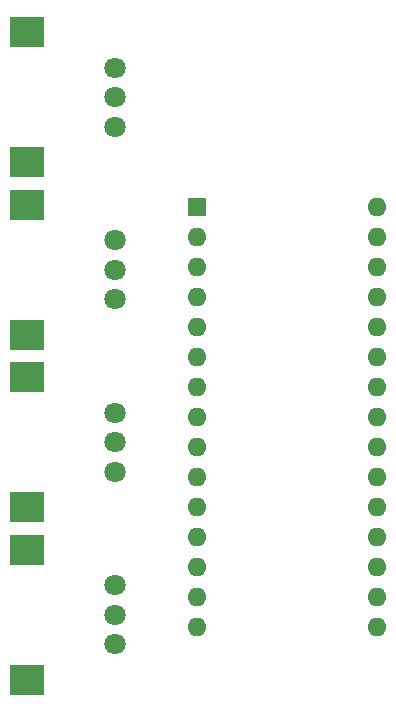
<source format=gbr>
%TF.GenerationSoftware,KiCad,Pcbnew,8.0.2*%
%TF.CreationDate,2024-10-18T13:00:15-07:00*%
%TF.ProjectId,ArmLEDsPrototype,41726d4c-4544-4735-9072-6f746f747970,rev?*%
%TF.SameCoordinates,Original*%
%TF.FileFunction,Soldermask,Bot*%
%TF.FilePolarity,Negative*%
%FSLAX46Y46*%
G04 Gerber Fmt 4.6, Leading zero omitted, Abs format (unit mm)*
G04 Created by KiCad (PCBNEW 8.0.2) date 2024-10-18 13:00:15*
%MOMM*%
%LPD*%
G01*
G04 APERTURE LIST*
%ADD10C,1.800000*%
%ADD11R,2.900000X2.600000*%
%ADD12R,1.600000X1.600000*%
%ADD13O,1.600000X1.600000*%
G04 APERTURE END LIST*
D10*
%TO.C,SW3*%
X95675000Y-114260000D03*
X95675000Y-109260000D03*
X95675000Y-111760000D03*
D11*
X88175000Y-117260000D03*
X88175000Y-106260000D03*
%TD*%
D10*
%TO.C,SW1*%
X95675000Y-85050000D03*
X95675000Y-80050000D03*
X95675000Y-82550000D03*
D11*
X88175000Y-88050000D03*
X88175000Y-77050000D03*
%TD*%
D12*
%TO.C,A1*%
X102630000Y-91825000D03*
D13*
X102630000Y-94365000D03*
X102630000Y-96905000D03*
X102630000Y-99445000D03*
X102630000Y-101985000D03*
X102630000Y-104525000D03*
X102630000Y-107065000D03*
X102630000Y-109605000D03*
X102630000Y-112145000D03*
X102630000Y-114685000D03*
X102630000Y-117225000D03*
X102630000Y-119765000D03*
X102630000Y-122305000D03*
X102630000Y-124845000D03*
X102630000Y-127385000D03*
X117870000Y-127385000D03*
X117870000Y-124845000D03*
X117870000Y-122305000D03*
X117870000Y-119765000D03*
X117870000Y-117225000D03*
X117870000Y-114685000D03*
X117870000Y-112145000D03*
X117870000Y-109605000D03*
X117870000Y-107065000D03*
X117870000Y-104525000D03*
X117870000Y-101985000D03*
X117870000Y-99445000D03*
X117870000Y-96905000D03*
X117870000Y-94365000D03*
X117870000Y-91825000D03*
%TD*%
D10*
%TO.C,SW4*%
X95675000Y-128865000D03*
X95675000Y-123865000D03*
X95675000Y-126365000D03*
D11*
X88175000Y-131865000D03*
X88175000Y-120865000D03*
%TD*%
D10*
%TO.C,SW2*%
X95675000Y-99655000D03*
X95675000Y-94655000D03*
X95675000Y-97155000D03*
D11*
X88175000Y-102655000D03*
X88175000Y-91655000D03*
%TD*%
M02*

</source>
